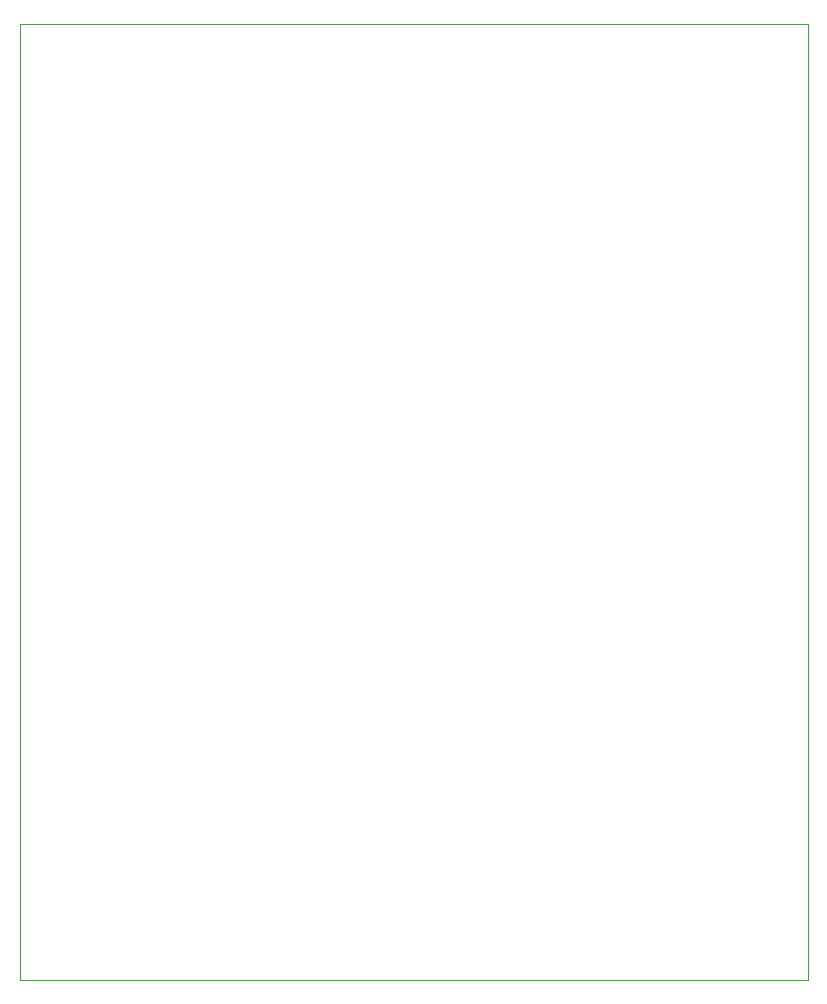
<source format=gbr>
%TF.GenerationSoftware,KiCad,Pcbnew,9.0.2*%
%TF.CreationDate,2025-07-27T13:16:15+05:30*%
%TF.ProjectId,honey-pad,686f6e65-792d-4706-9164-2e6b69636164,rev?*%
%TF.SameCoordinates,Original*%
%TF.FileFunction,Profile,NP*%
%FSLAX46Y46*%
G04 Gerber Fmt 4.6, Leading zero omitted, Abs format (unit mm)*
G04 Created by KiCad (PCBNEW 9.0.2) date 2025-07-27 13:16:15*
%MOMM*%
%LPD*%
G01*
G04 APERTURE LIST*
%TA.AperFunction,Profile*%
%ADD10C,0.050000*%
%TD*%
G04 APERTURE END LIST*
D10*
X66675000Y-69056250D02*
X133350000Y-69056250D01*
X133350000Y-150018750D01*
X66675000Y-150018750D01*
X66675000Y-69056250D01*
M02*

</source>
